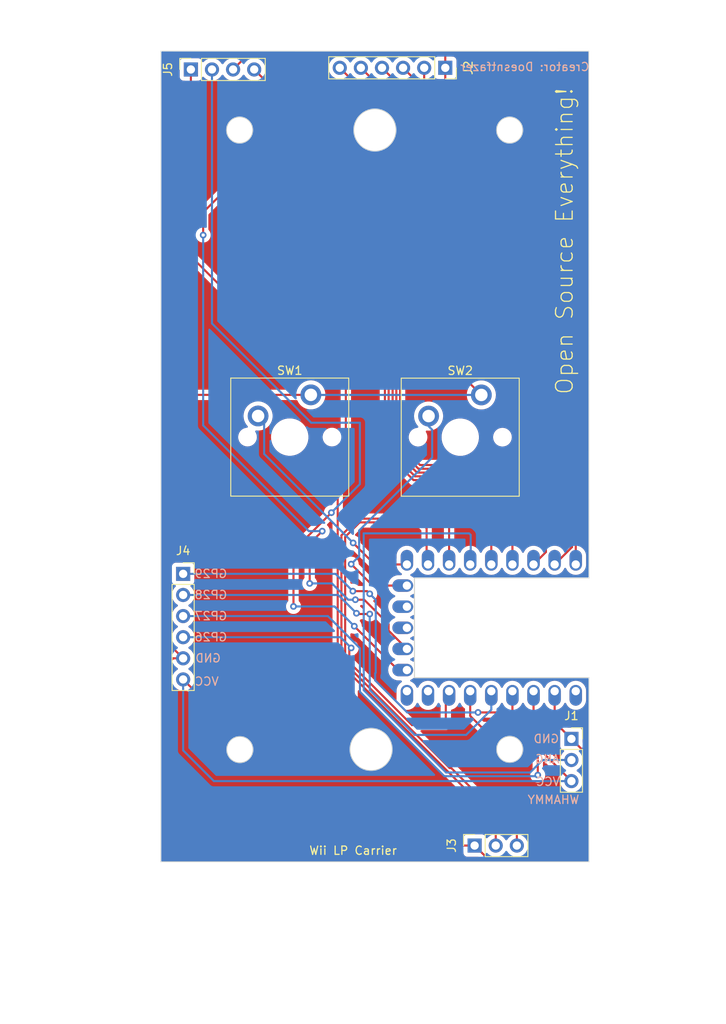
<source format=kicad_pcb>
(kicad_pcb (version 20221018) (generator pcbnew)
  (layers (0 "F.Cu" signal) (31 "B.Cu" signal) (34 "B.Paste" user) (35 "F.Paste" user) (36 "B.SilkS" user "B.Silkscreen") (37 "F.SilkS" user "F.Silkscreen") (38 "B.Mask" user) (39 "F.Mask" user) (44 "Edge.Cuts" user))
  (net 0 "")
  (net 1 "gnd")
  (net 2 "wam")
  (net 3 "vcc")
  (net 4 "green")
  (net 5 "red")
  (net 6 "yellow")
  (net 7 "blue")
  (net 8 "orange")
  (net 9 "start")
  (net 10 "sel")
  (net 16 "up")
  (net 17 "down")
  (net 18 "GP26")
  (net 19 "GP27")
  (net 20 "gp28")
  (net 21 "gp29")
  (net 22 "x")
  (net 23 "y")
  (footprint "Connector_PinSocket_2.54mm:PinSocket_1x06_P2.54mm_Vertical" (layer "F.Cu") (at 162.05 40.16 -90)
    (fp_text reference "J2" (at 0 -2.77 90) (layer "F.SilkS"))
    (fp_text value "Conn_01x06")
    (fp_line (start -1.33 1.27) (end -1.33 14.03) (stroke (width 0.12)) (layer "F.SilkS"))
    (fp_line (start -1.33 1.27) (end 1.33 1.27) (stroke (width 0.12)) (layer "F.SilkS"))
    (fp_line (start -1.33 14.03) (end 1.33 14.03) (stroke (width 0.12)) (layer "F.SilkS"))
    (fp_line (start 0 -1.33) (end 1.33 -1.33) (stroke (width 0.12)) (layer "F.SilkS"))
    (fp_line (start 1.33 -1.33) (end 1.33 0) (stroke (width 0.12)) (layer "F.SilkS"))
    (fp_line (start 1.33 1.27) (end 1.33 14.03) (stroke (width 0.12)) (layer "F.SilkS"))
    (pad "1" thru_hole rect (at 0 0 270) (size 1.7 1.7) (drill 1) (layers "*.Cu" "*.Mask") (net 1 "gnd"))
    (pad "2" thru_hole oval (at 0 2.54 270) (size 1.7 1.7) (drill 1) (layers "*.Cu" "*.Mask") (net 4 "green"))
    (pad "3" thru_hole oval (at 0 5.08 270) (size 1.7 1.7) (drill 1) (layers "*.Cu" "*.Mask") (net 5 "red"))
    (pad "4" thru_hole oval (at 0 7.62 270) (size 1.7 1.7) (drill 1) (layers "*.Cu" "*.Mask") (net 6 "yellow"))
    (pad "5" thru_hole oval (at 0 10.16 270) (size 1.7 1.7) (drill 1) (layers "*.Cu" "*.Mask") (net 7 "blue"))
    (pad "6" thru_hole oval (at 0 12.7 270) (size 1.7 1.7) (drill 1) (layers "*.Cu" "*.Mask") (net 8 "orange"))
  )
  (footprint "Connector_PinSocket_2.54mm:PinSocket_1x06_P2.54mm_Vertical" (layer "F.Cu") (at 130.5 101.03)
    (fp_text reference "J4" (at 0 -2.77) (layer "F.SilkS"))
    (fp_text value "Conn_01x06")
    (fp_line (start -1.33 1.27) (end -1.33 14.03) (stroke (width 0.12)) (layer "F.SilkS"))
    (fp_line (start -1.33 1.27) (end 1.33 1.27) (stroke (width 0.12)) (layer "F.SilkS"))
    (fp_line (start -1.33 14.03) (end 1.33 14.03) (stroke (width 0.12)) (layer "F.SilkS"))
    (fp_line (start 0 -1.33) (end 1.33 -1.33) (stroke (width 0.12)) (layer "F.SilkS"))
    (fp_line (start 1.33 -1.33) (end 1.33 0) (stroke (width 0.12)) (layer "F.SilkS"))
    (fp_line (start 1.33 1.27) (end 1.33 14.03) (stroke (width 0.12)) (layer "F.SilkS"))
    (pad "1" thru_hole rect (at 0 0) (size 1.7 1.7) (drill 1) (layers "*.Cu" "*.Mask") (net 21 "gp29"))
    (pad "2" thru_hole oval (at 0 2.54) (size 1.7 1.7) (drill 1) (layers "*.Cu" "*.Mask") (net 20 "gp28"))
    (pad "3" thru_hole oval (at 0 5.08) (size 1.7 1.7) (drill 1) (layers "*.Cu" "*.Mask") (net 19 "GP27"))
    (pad "4" thru_hole oval (at 0 7.62) (size 1.7 1.7) (drill 1) (layers "*.Cu" "*.Mask") (net 18 "GP26"))
    (pad "5" thru_hole oval (at 0 10.16) (size 1.7 1.7) (drill 1) (layers "*.Cu" "*.Mask") (net 1 "gnd"))
    (pad "6" thru_hole oval (at 0 12.7) (size 1.7 1.7) (drill 1) (layers "*.Cu" "*.Mask") (net 3 "vcc"))
  )
  (footprint "Connector_PinSocket_2.54mm:PinSocket_1x04_P2.54mm_Vertical" (layer "F.Cu") (at 131.43 40.36 90)
    (fp_text reference "J5" (at 0 -2.77 90) (layer "F.SilkS"))
    (fp_text value "Conn_01x04")
    (fp_line (start -1.33 1.27) (end -1.33 8.95) (stroke (width 0.12)) (layer "F.SilkS"))
    (fp_line (start -1.33 1.27) (end 1.33 1.27) (stroke (width 0.12)) (layer "F.SilkS"))
    (fp_line (start -1.33 8.95) (end 1.33 8.95) (stroke (width 0.12)) (layer "F.SilkS"))
    (fp_line (start 0 -1.33) (end 1.33 -1.33) (stroke (width 0.12)) (layer "F.SilkS"))
    (fp_line (start 1.33 -1.33) (end 1.33 0) (stroke (width 0.12)) (layer "F.SilkS"))
    (fp_line (start 1.33 1.27) (end 1.33 8.95) (stroke (width 0.12)) (layer "F.SilkS"))
    (pad "1" thru_hole rect (at 0 0 90) (size 1.7 1.7) (drill 1) (layers "*.Cu" "*.Mask") (net 3 "vcc"))
    (pad "2" thru_hole oval (at 0 2.54 90) (size 1.7 1.7) (drill 1) (layers "*.Cu" "*.Mask") (net 22 "x"))
    (pad "3" thru_hole oval (at 0 5.08 90) (size 1.7 1.7) (drill 1) (layers "*.Cu" "*.Mask") (net 1 "gnd"))
    (pad "4" thru_hole oval (at 0 7.62 90) (size 1.7 1.7) (drill 1) (layers "*.Cu" "*.Mask") (net 23 "y"))
  )
  (footprint "Connector_PinSocket_2.54mm:PinSocket_1x03_P2.54mm_Vertical" (layer "F.Cu") (at 165.58 133.71 90)
    (fp_text reference "J3" (at 0 -2.77 90) (layer "F.SilkS"))
    (fp_text value "Conn_01x03")
    (fp_line (start -1.33 1.27) (end -1.33 6.41) (stroke (width 0.12)) (layer "F.SilkS"))
    (fp_line (start -1.33 1.27) (end 1.33 1.27) (stroke (width 0.12)) (layer "F.SilkS"))
    (fp_line (start -1.33 6.41) (end 1.33 6.41) (stroke (width 0.12)) (layer "F.SilkS"))
    (fp_line (start 0 -1.33) (end 1.33 -1.33) (stroke (width 0.12)) (layer "F.SilkS"))
    (fp_line (start 1.33 -1.33) (end 1.33 0) (stroke (width 0.12)) (layer "F.SilkS"))
    (fp_line (start 1.33 1.27) (end 1.33 6.41) (stroke (width 0.12)) (layer "F.SilkS"))
    (pad "1" thru_hole rect (at 0 0 90) (size 1.7 1.7) (drill 1) (layers "*.Cu" "*.Mask") (net 1 "gnd"))
    (pad "2" thru_hole oval (at 0 2.54 90) (size 1.7 1.7) (drill 1) (layers "*.Cu" "*.Mask") (net 9 "start"))
    (pad "3" thru_hole oval (at 0 5.08 90) (size 1.7 1.7) (drill 1) (layers "*.Cu" "*.Mask") (net 10 "sel"))
  )
  (footprint "Connector_PinSocket_2.54mm:PinSocket_1x03_P2.54mm_Vertical" (layer "F.Cu") (at 177.23 120.88)
    (fp_text reference "J1" (at 0 -2.77) (layer "F.SilkS"))
    (fp_text value "Conn_01x03")
    (fp_line (start -1.33 1.27) (end -1.33 6.41) (stroke (width 0.12)) (layer "F.SilkS"))
    (fp_line (start -1.33 1.27) (end 1.33 1.27) (stroke (width 0.12)) (layer "F.SilkS"))
    (fp_line (start -1.33 6.41) (end 1.33 6.41) (stroke (width 0.12)) (layer "F.SilkS"))
    (fp_line (start 0 -1.33) (end 1.33 -1.33) (stroke (width 0.12)) (layer "F.SilkS"))
    (fp_line (start 1.33 -1.33) (end 1.33 0) (stroke (width 0.12)) (layer "F.SilkS"))
    (fp_line (start 1.33 1.27) (end 1.33 6.41) (stroke (width 0.12)) (layer "F.SilkS"))
    (pad "1" thru_hole rect (at 0 0) (size 1.7 1.7) (drill 1) (layers "*.Cu" "*.Mask") (net 1 "gnd"))
    (pad "2" thru_hole oval (at 0 2.54) (size 1.7 1.7) (drill 1) (layers "*.Cu" "*.Mask") (net 2 "wam"))
    (pad "3" thru_hole oval (at 0 5.08) (size 1.7 1.7) (drill 1) (layers "*.Cu" "*.Mask") (net 3 "vcc"))
  )
  (footprint "Switch_Keyboard_Cherry_MX:SW_Cherry_MX_PCB" (layer "F.Cu") (at 163.85 84.59)
    (fp_text reference "SW2" (at 0 -8) (layer "F.SilkS"))
    (fp_text value "SW_Push")
    (fp_line (start -7.1 -7.1) (end -7.1 7.1) (stroke (width 0.12)) (layer "F.SilkS"))
    (fp_line (start -7.1 7.1) (end 7.1 7.1) (stroke (width 0.12)) (layer "F.SilkS"))
    (fp_line (start 7.1 -7.1) (end -7.1 -7.1) (stroke (width 0.12)) (layer "F.SilkS"))
    (fp_line (start 7.1 7.1) (end 7.1 -7.1) (stroke (width 0.12)) (layer "F.SilkS"))
    (pad "" np_thru_hole circle (at -5.08 0) (size 1.75 1.75) (drill 1.75) (layers "*.Cu" "*.Mask"))
    (pad "" np_thru_hole circle (at 0 0) (size 4 4) (drill 4) (layers "*.Cu" "*.Mask"))
    (pad "" np_thru_hole circle (at 5.08 0) (size 1.75 1.75) (drill 1.75) (layers "*.Cu" "*.Mask"))
    (pad "1" thru_hole circle (at -3.81 -2.54) (size 2.5 2.5) (drill 1.5) (layers "*.Cu" "*.Mask") (net 17 "down"))
    (pad "2" thru_hole circle (at 2.54 -5.08) (size 2.5 2.5) (drill 1.5) (layers "*.Cu" "*.Mask") (net 1 "gnd"))
  )
  (footprint "Switch_Keyboard_Cherry_MX:SW_Cherry_MX_PCB" (layer "F.Cu") (at 143.33 84.58)
    (fp_text reference "SW1" (at 0 -8) (layer "F.SilkS"))
    (fp_text value "SW_Push")
    (fp_line (start -7.1 -7.1) (end -7.1 7.1) (stroke (width 0.12)) (layer "F.SilkS"))
    (fp_line (start -7.1 7.1) (end 7.1 7.1) (stroke (width 0.12)) (layer "F.SilkS"))
    (fp_line (start 7.1 -7.1) (end -7.1 -7.1) (stroke (width 0.12)) (layer "F.SilkS"))
    (fp_line (start 7.1 7.1) (end 7.1 -7.1) (stroke (width 0.12)) (layer "F.SilkS"))
    (pad "" np_thru_hole circle (at -5.08 0) (size 1.75 1.75) (drill 1.75) (layers "*.Cu" "*.Mask"))
    (pad "" np_thru_hole circle (at 0 0) (size 4 4) (drill 4) (layers "*.Cu" "*.Mask"))
    (pad "" np_thru_hole circle (at 5.08 0) (size 1.75 1.75) (drill 1.75) (layers "*.Cu" "*.Mask"))
    (pad "1" thru_hole circle (at -3.81 -2.54) (size 2.5 2.5) (drill 1.5) (layers "*.Cu" "*.Mask") (net 16 "up"))
    (pad "2" thru_hole circle (at 2.54 -5.08) (size 2.5 2.5) (drill 1.5) (layers "*.Cu" "*.Mask") (net 1 "gnd"))
  )
  (footprint "mcu:rp2040-zero-tht" (layer "B.Cu") (at 167.59 107.52 90)
    (fp_text reference "U1" hide)
    (fp_text value "rp2040-zero" hide)
    (fp_line (start -6 -9.25) (end 6 -9.25) (stroke (width 0.12)) (layer "Edge.Cuts"))
    (fp_line (start -6 11.75) (end -6 -9.25) (stroke (width 0.12)) (layer "Edge.Cuts"))
    (fp_line (start 6 -9.25) (end 6 11.75) (stroke (width 0.12)) (layer "Edge.Cuts"))
    (pad "1" thru_hole oval (at 7.62 10.16 270) (size 2.5 1.5) (drill 1 (offset -0.5 0)) (layers "*.Cu" "*.Mask") (net 4 "green"))
    (pad "2" thru_hole oval (at 7.62 7.62 270) (size 2.5 1.5) (drill 1 (offset -0.5 0)) (layers "*.Cu" "*.Mask") (net 5 "red"))
    (pad "3" thru_hole oval (at 7.62 5.08 270) (size 2.5 1.5) (drill 1 (offset -0.5 0)) (layers "*.Cu" "*.Mask") (net 6 "yellow"))
    (pad "4" thru_hole oval (at 7.62 2.54 270) (size 2.5 1.5) (drill 1 (offset -0.5 0)) (layers "*.Cu" "*.Mask") (net 7 "blue"))
    (pad "5" thru_hole oval (at 7.62 0 270) (size 2.5 1.5) (drill 1 (offset -0.5 0)) (layers "*.Cu" "*.Mask") (net 8 "orange"))
    (pad "6" thru_hole oval (at 7.62 -2.54 270) (size 2.5 1.5) (drill 1 (offset -0.5 0)) (layers "*.Cu" "*.Mask") (net 2 "wam"))
    (pad "7" thru_hole oval (at 7.62 -5.08 270) (size 2.5 1.5) (drill 1 (offset -0.5 0)) (layers "*.Cu" "*.Mask") (net 9 "start"))
    (pad "8" thru_hole oval (at 7.62 -7.62 270) (size 2.5 1.5) (drill 1 (offset -0.5 0)) (layers "*.Cu" "*.Mask") (net 10 "sel"))
    (pad "9" thru_hole oval (at 7.62 -10.16 270) (size 2.5 1.5) (drill 1 (offset -0.5 0)) (layers "*.Cu" "*.Mask") (net 16 "up"))
    (pad "10" thru_hole oval (at 5.08 -10.16) (size 2.5 1.5) (drill 1 (offset -0.5 0)) (layers "*.Cu" "*.Mask") (net 17 "down"))
    (pad "11" thru_hole oval (at 2.54 -10.16) (size 2.5 1.5) (drill 1 (offset -0.5 0)) (layers "*.Cu" "*.Mask"))
    (pad "12" thru_hole oval (at 0 -10.16) (size 2.5 1.5) (drill 1 (offset -0.5 0)) (layers "*.Cu" "*.Mask"))
    (pad "13" thru_hole oval (at -2.54 -10.16) (size 2.5 1.5) (drill 1 (offset -0.5 0)) (layers "*.Cu" "*.Mask") (net 23 "y"))
    (pad "14" thru_hole oval (at -5.08 -10.16) (size 2.5 1.5) (drill 1 (offset -0.5 0)) (layers "*.Cu" "*.Mask") (net 22 "x"))
    (pad "15" thru_hole oval (at -7.62 -10.16 90) (size 2.5 1.5) (drill 1 (offset -0.5 0)) (layers "*.Cu" "*.Mask"))
    (pad "16" thru_hole oval (at -7.62 -7.62 90) (size 2.5 1.5) (drill 1 (offset -0.5 0)) (layers "*.Cu" "*.Mask"))
    (pad "17" thru_hole oval (at -7.62 -5.08 90) (size 2.5 1.5) (drill 1 (offset -0.5 0)) (layers "*.Cu" "*.Mask") (net 18 "GP26"))
    (pad "18" thru_hole oval (at -7.62 -2.54 90) (size 2.5 1.5) (drill 1 (offset -0.5 0)) (layers "*.Cu" "*.Mask") (net 19 "GP27"))
    (pad "19" thru_hole oval (at -7.62 0 90) (size 2.5 1.5) (drill 1 (offset -0.5 0)) (layers "*.Cu" "*.Mask") (net 20 "gp28"))
    (pad "20" thru_hole oval (at -7.62 2.54 90) (size 2.5 1.5) (drill 1 (offset -0.5 0)) (layers "*.Cu" "*.Mask") (net 21 "gp29"))
    (pad "21" thru_hole oval (at -7.62 5.08 90) (size 2.5 1.5) (drill 1 (offset -0.5 0)) (layers "*.Cu" "*.Mask") (net 3 "vcc"))
    (pad "22" thru_hole oval (at -7.62 7.62 90) (size 2.5 1.5) (drill 1 (offset -0.5 0)) (layers "*.Cu" "*.Mask") (net 1 "gnd"))
    (pad "23" thru_hole oval (at -7.62 10.16 90) (size 2.5 1.5) (drill 1 (offset -0.5 0)) (layers "*.Cu" "*.Mask"))
  )
  (gr_circle (center 153.58 47.645558) (end 153.73 50.175558) (stroke (width 0.1)) (fill none) (layer "Edge.Cuts"))
  (gr_line (start 127.82 135.66) (end 127.83 38.15) (stroke (width 0.1)) (layer "Edge.Cuts"))
  (gr_line (start 179.32 38.16) (end 179.34 101.52) (stroke (width 0.1)) (layer "Edge.Cuts"))
  (gr_line (start 179.34 135.66) (end 127.82 135.66) (stroke (width 0.1)) (layer "Edge.Cuts"))
  (gr_circle (center 169.797105 47.65) (end 170.977105 48.69) (stroke (width 0.1)) (fill none) (layer "Edge.Cuts"))
  (gr_line (start 127.83 38.15) (end 179.32 38.16) (stroke (width 0.1)) (layer "Edge.Cuts"))
  (gr_circle (center 153.12 122.145558) (end 153.27 124.675558) (stroke (width 0.1)) (fill none) (layer "Edge.Cuts"))
  (gr_line (start 179.34 113.52) (end 179.34 135.66) (stroke (width 0.1)) (layer "Edge.Cuts"))
  (gr_circle (center 169.807105 122.14) (end 170.987105 123.18) (stroke (width 0.1)) (fill none) (layer "Edge.Cuts"))
  (gr_circle (center 137.297105 47.65) (end 138.477105 48.69) (stroke (width 0.1)) (fill none) (layer "Edge.Cuts"))
  (gr_circle (center 137.327105 122.17) (end 138.507105 123.21) (stroke (width 0.1)) (fill none) (layer "Edge.Cuts"))
  (gr_text "Creator: Doesntfazer" (at 179.47 40.63) (layer "B.SilkS") (effects (font (size 1 1)) (justify left bottom mirror)))
  (gr_text "GP29" (at 135.89 101.6) (layer "B.SilkS") (effects (font (size 1 1)) (justify left bottom mirror)))
  (gr_text "GP26" (at 135.89 109.22) (layer "B.SilkS") (effects (font (size 1 1)) (justify left bottom mirror)))
  (gr_text "GP27" (at 135.89 106.68) (layer "B.SilkS") (effects (font (size 1 1)) (justify left bottom mirror)))
  (gr_text "GND" (at 175.83 121.46) (layer "B.SilkS") (effects (font (size 1 1)) (justify left bottom mirror)))
  (gr_text "ANG" (at 175.87 123.89) (layer "B.SilkS") (effects (font (size 1 1)) (justify left bottom mirror)))
  (gr_text "VCC" (at 134.874 114.554) (layer "B.SilkS") (effects (font (size 1 1)) (justify left bottom mirror)))
  (gr_text "GND" (at 135.128 111.76) (layer "B.SilkS") (effects (font (size 1 1)) (justify left bottom mirror)))
  (gr_text "WHAMMY" (at 178.26 128.78) (layer "B.SilkS") (effects (font (size 1 1)) (justify left bottom mirror)))
  (gr_text "GP28" (at 135.89 104.14) (layer "B.SilkS") (effects (font (size 1 1)) (justify left bottom mirror)))
  (gr_text "VCC" (at 175.93 126.61) (layer "B.SilkS") (effects (font (size 1 1)) (justify left bottom mirror)))
  (gr_text "Wii LP Carrier" (at 145.6 134.9) (layer "F.SilkS") (effects (font (size 1 1)) (justify left bottom)))
  (gr_text "Open Source Everything!" (at 177.57 79.58 90) (layer "F.SilkS") (effects (font (size 2 2)) (justify left bottom)))
  (segment (start 165.58 133.71) (end 167.04 135.17) (width 0.25) (layer "F.Cu") (net 1))
  (segment (start 162.12 38.57) (end 162.05 38.64) (width 0.25) (layer "F.Cu") (net 1))
  (segment (start 145.87 79.5) (end 131.18 79.5) (width 0.25) (layer "F.Cu") (net 1))
  (segment (start 167.04 135.17) (end 178.93 135.17) (width 0.25) (layer "F.Cu") (net 1))
  (segment (start 129.31 111.19) (end 128.69 111.81) (width 0.25) (layer "F.Cu") (net 1))
  (segment (start 132.46 134.39) (end 133.14 133.71) (width 0.25) (layer "F.Cu") (net 1))
  (segment (start 175.21 115.14) (end 175.21 118.68) (width 0.25) (layer "F.Cu") (net 1))
  (segment (start 175.12 118.77) (end 177.23 120.88) (width 0.25) (layer "F.Cu") (net 1))
  (segment (start 136.51 40.36) (end 138.3 38.57) (width 0.25) (layer "F.Cu") (net 1))
  (segment (start 131.18 79.5) (end 128.37 82.31) (width 0.25) (layer "F.Cu") (net 1))
  (segment (start 130.5 111.19) (end 129.31 111.19) (width 0.25) (layer "F.Cu") (net 1))
  (segment (start 128.69 130.62) (end 132.46 134.39) (width 0.25) (layer "F.Cu") (net 1))
  (segment (start 178.93 135.17) (end 178.93 122.58) (width 0.25) (layer "F.Cu") (net 1))
  (segment (start 162.05 75.17) (end 166.39 79.51) (width 0.25) (layer "F.Cu") (net 1))
  (segment (start 162.05 38.64) (end 162.05 40.16) (width 0.25) (layer "F.Cu") (net 1))
  (segment (start 175.21 118.68) (end 175.12 118.77) (width 0.25) (layer "F.Cu") (net 1))
  (segment (start 138.3 38.57) (end 162.12 38.57) (width 0.25) (layer "F.Cu") (net 1))
  (segment (start 133.14 133.71) (end 165.58 133.71) (width 0.25) (layer "F.Cu") (net 1))
  (segment (start 128.69 111.81) (end 128.69 130.62) (width 0.25) (layer "F.Cu") (net 1))
  (segment (start 162.05 40.16) (end 162.05 75.17) (width 0.25) (layer "F.Cu") (net 1))
  (segment (start 178.93 122.58) (end 177.23 120.88) (width 0.25) (layer "F.Cu") (net 1))
  (segment (start 128.37 82.31) (end 128.37 109.06) (width 0.25) (layer "F.Cu") (net 1))
  (segment (start 128.37 109.06) (end 130.5 111.19) (width 0.25) (layer "F.Cu") (net 1))
  (segment (start 145.88 79.51) (end 145.87 79.5) (width 0.25) (layer "B.Cu") (net 1))
  (segment (start 166.39 79.51) (end 145.88 79.51) (width 0.25) (layer "B.Cu") (net 1))
  (segment (start 164.92 96.16) (end 165.11 96.35) (width 0.25) (layer "B.Cu") (net 2))
  (segment (start 177.23 123.42) (end 173.76 123.42) (width 0.25) (layer "B.Cu") (net 2))
  (segment (start 173.76 123.42) (end 172.26 124.92) (width 0.25) (layer "B.Cu") (net 2))
  (segment (start 152.23 115.01) (end 152.23 96.16) (width 0.25) (layer "B.Cu") (net 2))
  (segment (start 165.11 96.35) (end 165.11 99.84) (width 0.25) (layer "B.Cu") (net 2))
  (segment (start 162.14 124.92) (end 152.23 115.01) (width 0.25) (layer "B.Cu") (net 2))
  (segment (start 172.26 124.92) (end 162.14 124.92) (width 0.25) (layer "B.Cu") (net 2))
  (segment (start 165.11 99.84) (end 165.05 99.9) (width 0.25) (layer "B.Cu") (net 2))
  (segment (start 152.23 96.16) (end 164.92 96.16) (width 0.25) (layer "B.Cu") (net 2))
  (segment (start 146.86 74.39) (end 150.08 77.61) (width 0.25) (layer "F.Cu") (net 3))
  (segment (start 133.42 116.65) (end 130.5 113.73) (width 0.25) (layer "F.Cu") (net 3))
  (segment (start 150.89 116.65) (end 133.42 116.65) (width 0.25) (layer "F.Cu") (net 3))
  (segment (start 131.43 62.832613) (end 142.987387 74.39) (width 0.25) (layer "F.Cu") (net 3))
  (segment (start 131.43 40.36) (end 131.43 62.832613) (width 0.25) (layer "F.Cu") (net 3))
  (segment (start 172.67 115.14) (end 172.67 121.4) (width 0.25) (layer "F.Cu") (net 3))
  (segment (start 149.1 112.186396) (end 150.89 113.976396) (width 0.25) (layer "F.Cu") (net 3))
  (segment (start 150.89 113.976396) (end 150.89 116.65) (width 0.25) (layer "F.Cu") (net 3))
  (segment (start 150.08 88.26) (end 149.1 89.24) (width 0.25) (layer "F.Cu") (net 3))
  (segment (start 142.987387 74.39) (end 146.86 74.39) (width 0.25) (layer "F.Cu") (net 3))
  (segment (start 149.1 89.24) (end 149.1 112.186396) (width 0.25) (layer "F.Cu") (net 3))
  (segment (start 172.67 121.4) (end 177.23 125.96) (width 0.25) (layer "F.Cu") (net 3))
  (segment (start 150.08 77.61) (end 150.08 88.26) (width 0.25) (layer "F.Cu") (net 3))
  (segment (start 130.5 122.26) (end 130.5 113.73) (width 0.25) (layer "B.Cu") (net 3))
  (segment (start 177.23 125.96) (end 134.2 125.96) (width 0.25) (layer "B.Cu") (net 3))
  (segment (start 134.2 125.96) (end 130.5 122.26) (width 0.25) (layer "B.Cu") (net 3))
  (segment (start 159.51 40.16) (end 159.51 73.72) (width 0.25) (layer "F.Cu") (net 4))
  (segment (start 177.75 90.27) (end 177.75 99.9) (width 0.25) (layer "F.Cu") (net 4))
  (segment (start 156.61 76.62) (end 156.61 85.54) (width 0.25) (layer "F.Cu") (net 4))
  (segment (start 156.61 85.54) (end 159.01 87.94) (width 0.25) (layer "F.Cu") (net 4))
  (segment (start 175.42 87.94) (end 177.75 90.27) (width 0.25) (layer "F.Cu") (net 4))
  (segment (start 159.51 73.72) (end 156.61 76.62) (width 0.25) (layer "F.Cu") (net 4))
  (segment (start 159.01 87.94) (end 175.42 87.94) (width 0.25) (layer "F.Cu") (net 4))
  (segment (start 159.06 42.25) (end 156.97 40.16) (width 0.25) (layer "F.Cu") (net 5))
  (segment (start 156.16 76.42) (end 159.06 73.52) (width 0.25) (layer "F.Cu") (net 5))
  (segment (start 158.823604 88.39) (end 156.16 85.726396) (width 0.25) (layer "F.Cu") (net 5))
  (segment (start 156.16 85.726396) (end 156.16 76.42) (width 0.25) (layer "F.Cu") (net 5))
  (segment (start 177.3 97.81) (end 177.3 90.456396) (width 0.25) (layer "F.Cu") (net 5))
  (segment (start 159.06 73.52) (end 159.06 42.25) (width 0.25) (layer "F.Cu") (net 5))
  (segment (start 175.233604 88.39) (end 158.823604 88.39) (width 0.25) (layer "F.Cu") (net 5))
  (segment (start 175.21 99.9) (end 177.3 97.81) (width 0.25) (layer "F.Cu") (net 5))
  (segment (start 177.3 90.456396) (end 175.233604 88.39) (width 0.25) (layer "F.Cu") (net 5))
  (segment (start 156.21 42.08) (end 158.61 44.48) (width 0.25) (layer "F.Cu") (net 6))
  (segment (start 155.71 76.233604) (end 155.71 85.912792) (width 0.25) (layer "F.Cu") (net 6))
  (segment (start 155.71 85.912792) (end 158.647208 88.85) (width 0.25) (layer "F.Cu") (net 6))
  (segment (start 158.61 44.48) (end 158.61 73.333604) (width 0.25) (layer "F.Cu") (net 6))
  (segment (start 158.61 73.333604) (end 155.71 76.233604) (width 0.25) (layer "F.Cu") (net 6))
  (segment (start 159.76 88.84) (end 174.16 88.84) (width 0.25) (layer "F.Cu") (net 6))
  (segment (start 156.21 41.94) (end 156.21 42.08) (width 0.25) (layer "F.Cu") (net 6))
  (segment (start 159.75 88.85) (end 159.76 88.84) (width 0.25) (layer "F.Cu") (net 6))
  (segment (start 174.16 98.41) (end 172.67 99.9) (width 0.25) (layer "F.Cu") (net 6))
  (segment (start 154.43 40.16) (end 156.21 41.94) (width 0.25) (layer "F.Cu") (net 6))
  (segment (start 174.16 88.84) (end 174.16 98.41) (width 0.25) (layer "F.Cu") (net 6))
  (segment (start 158.647208 88.85) (end 159.75 88.85) (width 0.25) (layer "F.Cu") (net 6))
  (segment (start 155.23 76.077208) (end 158.16 73.147208) (width 0.25) (layer "F.Cu") (net 7))
  (segment (start 169.5 89.3) (end 158.41 89.3) (width 0.25) (layer "F.Cu") (net 7))
  (segment (start 157.71 45.98) (end 151.89 40.16) (width 0.25) (layer "F.Cu") (net 7))
  (segment (start 158.16 73.147208) (end 158.16 46.63) (width 0.25) (layer "F.Cu") (net 7))
  (segment (start 169.51 89.29) (end 169.5 89.3) (width 0.25) (layer "F.Cu") (net 7))
  (segment (start 158.41 89.3) (end 155.23 86.12) (width 0.25) (layer "F.Cu") (net 7))
  (segment (start 170.13 89.59) (end 169.83 89.29) (width 0.25) (layer "F.Cu") (net 7))
  (segment (start 170.13 99.9) (end 170.13 89.59) (width 0.25) (layer "F.Cu") (net 7))
  (segment (start 155.23 86.12) (end 155.23 76.077208) (width 0.25) (layer "F.Cu") (net 7))
  (segment (start 157.71 46.18) (end 157.71 45.98) (width 0.25) (layer "F.Cu") (net 7))
  (segment (start 169.83 89.29) (end 169.51 89.29) (width 0.25) (layer "F.Cu") (net 7))
  (segment (start 158.16 46.63) (end 157.71 46.18) (width 0.25) (layer "F.Cu") (net 7))
  (segment (start 166.44 89.75) (end 167.59 90.9) (width 0.25) (layer "F.Cu") (net 8))
  (segment (start 149.35 40.16) (end 152.408198 43.218198) (width 0.25) (layer "F.Cu") (net 8))
  (segment (start 154.78 86.306396) (end 158.223604 89.75) (width 0.25) (layer "F.Cu") (net 8))
  (segment (start 158.223604 89.75) (end 166.44 89.75) (width 0.25) (layer "F.Cu") (net 8))
  (segment (start 157.026802 46.133198) (end 157.71 46.816396) (width 0.25) (layer "F.Cu") (net 8))
  (segment (start 157.71 49.5) (end 154.78 52.43) (width 0.25) (layer "F.Cu") (net 8))
  (segment (start 154.78 52.43) (end 154.78 86.306396) (width 0.25) (layer "F.Cu") (net 8))
  (segment (start 154.311802 43.218198) (end 157.026802 45.933198) (width 0.25) (layer "F.Cu") (net 8))
  (segment (start 157.71 46.816396) (end 157.71 49.5) (width 0.25) (layer "F.Cu") (net 8))
  (segment (start 152.408198 43.218198) (end 154.311802 43.218198) (width 0.25) (layer "F.Cu") (net 8))
  (segment (start 167.59 90.9) (end 167.59 99.9) (width 0.25) (layer "F.Cu") (net 8))
  (segment (start 157.026802 45.933198) (end 157.026802 46.133198) (width 0.25) (layer "F.Cu") (net 8))
  (segment (start 149.55 96.4) (end 149.55 112) (width 0.25) (layer "F.Cu") (net 9))
  (segment (start 162.36 94.39) (end 151.56 94.39) (width 0.25) (layer "F.Cu") (net 9))
  (segment (start 162.51 99.9) (end 162.51 94.54) (width 0.25) (layer "F.Cu") (net 9))
  (segment (start 149.55 112) (end 168.12 130.57) (width 0.25) (layer "F.Cu") (net 9))
  (segment (start 168.12 130.57) (end 168.12 133.71) (width 0.25) (layer "F.Cu") (net 9))
  (segment (start 162.51 94.54) (end 162.36 94.39) (width 0.25) (layer "F.Cu") (net 9))
  (segment (start 151.56 94.39) (end 149.55 96.4) (width 0.25) (layer "F.Cu") (net 9))
  (segment (start 170.66 133.71) (end 170.66 132.28) (width 0.25) (layer "F.Cu") (net 10))
  (segment (start 162.566396 124.38) (end 150 111.813604) (width 0.25) (layer "F.Cu") (net 10))
  (segment (start 162.76 124.38) (end 162.566396 124.38) (width 0.25) (layer "F.Cu") (net 10))
  (segment (start 159.09 94.84) (end 159.8 95.55) (width 0.25) (layer "F.Cu") (net 10))
  (segment (start 150 111.813604) (end 150 96.586396) (width 0.25) (layer "F.Cu") (net 10))
  (segment (start 159.8 95.55) (end 159.8 99.73) (width 0.25) (layer "F.Cu") (net 10))
  (segment (start 170.66 132.28) (end 162.76 124.38) (width 0.25) (layer "F.Cu") (net 10))
  (segment (start 151.746396 94.84) (end 159.09 94.84) (width 0.25) (layer "F.Cu") (net 10))
  (segment (start 150 96.586396) (end 151.746396 94.84) (width 0.25) (layer "F.Cu") (net 10))
  (segment (start 159.8 99.73) (end 159.97 99.9) (width 0.25) (layer "F.Cu") (net 10))
  (segment (start 157.43 99.9) (end 153.55 99.9) (width 0.25) (layer "F.Cu") (net 16))
  (segment (start 153.55 99.9) (end 150.96 97.31) (width 0.25) (layer "F.Cu") (net 16))
  (via (at 150.96 97.31) (size 0.8) (drill 0.4) (layers "F.Cu" "B.Cu") (net 16))
  (segment (start 140.25 86.6) (end 140.25 82.77) (width 0.25) (layer "B.Cu") (net 16))
  (segment (start 140.25 82.77) (end 139.52 82.04) (width 0.25) (layer "B.Cu") (net 16))
  (segment (start 150.96 97.31) (end 140.25 86.6) (width 0.25) (layer "B.Cu") (net 16))
  (segment (start 153.3045 102.44) (end 150.7245 99.86) (width 0.25) (layer "F.Cu") (net 17))
  (segment (start 157.43 102.44) (end 153.3045 102.44) (width 0.25) (layer "F.Cu") (net 17))
  (via (at 150.7245 99.86) (size 0.8) (drill 0.4) (layers "F.Cu" "B.Cu") (net 17))
  (segment (start 150.7245 99.86) (end 151.685 98.8995) (width 0.25) (layer "B.Cu") (net 17))
  (segment (start 160.47 83.7) (end 160.04 83.27) (width 0.25) (layer "B.Cu") (net 17))
  (segment (start 160.47 87.03) (end 160.47 83.7) (width 0.25) (layer "B.Cu") (net 17))
  (segment (start 151.685 95.815) (end 160.47 87.03) (width 0.25) (layer "B.Cu") (net 17))
  (segment (start 151.685 98.8995) (end 151.685 95.815) (width 0.25) (layer "B.Cu") (net 17))
  (segment (start 160.04 83.27) (end 160.04 82.05) (width 0.25) (layer "B.Cu") (net 17))
  (segment (start 162.11 115.54) (end 162.51 115.14) (width 0.25) (layer "F.Cu") (net 18))
  (segment (start 150.5 110.1645) (end 150.5 111.677208) (width 0.25) (layer "F.Cu") (net 18))
  (segment (start 158.09 119.19) (end 162.11 119.19) (width 0.25) (layer "F.Cu") (net 18))
  (segment (start 158.051396 119.228604) (end 158.09 119.19) (width 0.25) (layer "F.Cu") (net 18))
  (segment (start 162.11 119.19) (end 162.11 115.54) (width 0.25) (layer "F.Cu") (net 18))
  (segment (start 150.7245 109.94) (end 150.5 110.1645) (width 0.25) (layer "F.Cu") (net 18))
  (segment (start 150.5 111.677208) (end 158.051396 119.228604) (width 0.25) (layer "F.Cu") (net 18))
  (via (at 150.7245 109.94) (size 0.8) (drill 0.4) (layers "F.Cu" "B.Cu") (net 18))
  (segment (start 149.4345 108.65) (end 150.7245 109.94) (width 0.25) (layer "B.Cu") (net 18))
  (segment (start 130.5 108.65) (end 149.4345 108.65) (width 0.25) (layer "B.Cu") (net 18))
  (segment (start 169.92 119.45) (end 166.38 119.45) (width 0.25) (layer "F.Cu") (net 19))
  (segment (start 173.18 122.71) (end 169.92 119.45) (width 0.25) (layer "F.Cu") (net 19))
  (segment (start 165.05 118.12) (end 165.05 115.14) (width 0.25) (layer "F.Cu") (net 19))
  (segment (start 166.38 119.45) (end 165.05 118.12) (width 0.25) (layer "F.Cu") (net 19))
  (segment (start 173.18 125.2355) (end 173.18 122.71) (width 0.25) (layer "F.Cu") (net 19))
  (via (at 173.18 125.2355) (size 0.8) (drill 0.4) (layers "F.Cu" "B.Cu") (net 19))
  (segment (start 130.5 106.11) (end 147.919805 106.11) (width 0.25) (layer "B.Cu") (net 19))
  (segment (start 151.78 109.970195) (end 151.78 115.22) (width 0.25) (layer "B.Cu") (net 19))
  (segment (start 151.78 115.22) (end 161.93 125.37) (width 0.25) (layer "B.Cu") (net 19))
  (segment (start 147.919805 106.11) (end 151.78 109.970195) (width 0.25) (layer "B.Cu") (net 19))
  (segment (start 173.0455 125.37) (end 173.18 125.2355) (width 0.25) (layer "B.Cu") (net 19))
  (segment (start 161.93 125.37) (end 173.0455 125.37) (width 0.25) (layer "B.Cu") (net 19))
  (segment (start 152.9545 105.86) (end 151.45 105.86) (width 0.25) (layer "F.Cu") (net 20))
  (segment (start 151.45 105.86) (end 151.36 105.77) (width 0.25) (layer "F.Cu") (net 20))
  (via (at 152.9545 105.86) (size 0.8) (drill 0.4) (layers "F.Cu" "B.Cu") (net 20))
  (via (at 151.36 105.77) (size 0.8) (drill 0.4) (layers "F.Cu" "B.Cu") (net 20))
  (segment (start 164.56 120.4) (end 158.37 120.4) (width 0.25) (layer "B.Cu") (net 20))
  (segment (start 167.59 115.14) (end 167.59 117.37) (width 0.25) (layer "B.Cu") (net 20))
  (segment (start 151.36 105.77) (end 149.16 103.57) (width 0.25) (layer "B.Cu") (net 20))
  (segment (start 158.37 120.4) (end 156.11 118.14) (width 0.25) (layer "B.Cu") (net 20))
  (segment (start 149.16 103.57) (end 130.5 103.57) (width 0.25) (layer "B.Cu") (net 20))
  (segment (start 152.9545 114.9845) (end 152.9545 105.86) (width 0.25) (layer "B.Cu") (net 20))
  (segment (start 167.59 117.37) (end 164.56 120.4) (width 0.25) (layer "B.Cu") (net 20))
  (segment (start 156.11 118.14) (end 152.9545 114.9845) (width 0.25) (layer "B.Cu") (net 20))
  (segment (start 152.6345 103.11) (end 152.9545 103.43) (width 0.25) (layer "F.Cu") (net 21))
  (segment (start 165.99 117.7) (end 169.99 117.7) (width 0.25) (layer "F.Cu") (net 21))
  (segment (start 170.13 117.56) (end 170.13 115.14) (width 0.25) (layer "F.Cu") (net 21))
  (segment (start 150.92 103.11) (end 152.6345 103.11) (width 0.25) (layer "F.Cu") (net 21))
  (segment (start 169.99 117.7) (end 170.13 117.56) (width 0.25) (layer "F.Cu") (net 21))
  (via (at 150.92 103.11) (size 0.8) (drill 0.4) (layers "F.Cu" "B.Cu") (net 21))
  (via (at 152.9545 103.43) (size 0.8) (drill 0.4) (layers "F.Cu" "B.Cu") (net 21))
  (via (at 165.99 117.7) (size 0.8) (drill 0.4) (layers "F.Cu" "B.Cu") (net 21))
  (segment (start 157.46972 117.7) (end 165.99 117.7) (width 0.25) (layer "B.Cu") (net 21))
  (segment (start 153.6795 104.155) (end 153.6795 112.9205) (width 0.25) (layer "B.Cu") (net 21))
  (segment (start 153.61 112.99) (end 153.61 113.84028) (width 0.25) (layer "B.Cu") (net 21))
  (segment (start 153.6795 112.9205) (end 153.61 112.99) (width 0.25) (layer "B.Cu") (net 21))
  (segment (start 153.61 113.84028) (end 157.46972 117.7) (width 0.25) (layer "B.Cu") (net 21))
  (segment (start 148.84 101.03) (end 150.92 103.11) (width 0.25) (layer "B.Cu") (net 21))
  (segment (start 130.5 101.03) (end 148.84 101.03) (width 0.25) (layer "B.Cu") (net 21))
  (segment (start 152.9545 103.43) (end 153.6795 104.155) (width 0.25) (layer "B.Cu") (net 21))
  (segment (start 156.37 112.6) (end 151.1 107.33) (width 0.25) (layer "F.Cu") (net 22))
  (segment (start 157.43 112.6) (end 156.37 112.6) (width 0.25) (layer "F.Cu") (net 22))
  (segment (start 143.78 104.95) (end 143.78 98.23) (width 0.25) (layer "F.Cu") (net 22))
  (segment (start 143.78 98.23) (end 148.342299 93.667701) (width 0.25) (layer "F.Cu") (net 22))
  (via (at 143.78 104.95) (size 0.8) (drill 0.4) (layers "F.Cu" "B.Cu") (net 22))
  (via (at 148.342299 93.667701) (size 0.8) (drill 0.4) (layers "F.Cu" "B.Cu") (net 22))
  (via (at 151.1 107.33) (size 0.8) (drill 0.4) (layers "F.Cu" "B.Cu") (net 22))
  (segment (start 151.77 82.85) (end 145.91 82.85) (width 0.25) (layer "B.Cu") (net 22))
  (segment (start 148.72 104.95) (end 143.78 104.95) (width 0.25) (layer "B.Cu") (net 22))
  (segment (start 151.77 90.24) (end 151.77 82.85) (width 0.25) (layer "B.Cu") (net 22))
  (segment (start 145.91 82.85) (end 133.97 70.91) (width 0.25) (layer "B.Cu") (net 22))
  (segment (start 148.342299 93.667701) (end 151.77 90.24) (width 0.25) (layer "B.Cu") (net 22))
  (segment (start 133.97 70.91) (end 133.97 40.36) (width 0.25) (layer "B.Cu") (net 22))
  (segment (start 151.1 107.33) (end 148.72 104.95) (width 0.25) (layer "B.Cu") (net 22))
  (segment (start 152.29 104.14) (end 151.23 104.14) (width 0.25) (layer "F.Cu") (net 23))
  (segment (start 155.225305 107.075305) (end 152.29 104.14) (width 0.25) (layer "F.Cu") (net 23))
  (segment (start 145.73 102.18) (end 145.73 97.4) (width 0.25) (layer "F.Cu") (net 23))
  (segment (start 140.68 41.99) (end 139.05 40.36) (width 0.25) (layer "F.Cu") (net 23))
  (segment (start 132.91 60.28) (end 132.91 57.54) (width 0.25) (layer "F.Cu") (net 23))
  (segment (start 155.225305 107.855305) (end 155.225305 107.075305) (width 0.25) (layer "F.Cu") (net 23))
  (segment (start 157.43 110.06) (end 155.225305 107.855305) (width 0.25) (layer "F.Cu") (net 23))
  (segment (start 145.73 97.4) (end 147.24 95.89) (width 0.25) (layer "F.Cu") (net 23))
  (segment (start 132.91 57.54) (end 140.68 49.77) (width 0.25) (layer "F.Cu") (net 23))
  (segment (start 140.68 49.77) (end 140.68 41.99) (width 0.25) (layer "F.Cu") (net 23))
  (via (at 151.23 104.14) (size 0.8) (drill 0.4) (layers "F.Cu" "B.Cu") (net 23))
  (via (at 145.73 102.18) (size 0.8) (drill 0.4) (layers "F.Cu" "B.Cu") (net 23))
  (via (at 132.91 60.28) (size 0.8) (drill 0.4) (layers "F.Cu" "B.Cu") (net 23))
  (via (at 147.24 95.89) (size 0.8) (drill 0.4) (layers "F.Cu" "B.Cu") (net 23))
  (segment (start 132.91 83.17) (end 132.91 60.28) (width 0.25) (layer "B.Cu") (net 23))
  (segment (start 150.366396 104.14) (end 148.406396 102.18) (width 0.25) (layer "B.Cu") (net 23))
  (segment (start 147.24 95.89) (end 145.63 95.89) (width 0.25) (layer "B.Cu") (net 23))
  (segment (start 151.23 104.14) (end 150.366396 104.14) (width 0.25) (layer "B.Cu") (net 23))
  (segment (start 148.406396 102.18) (end 145.73 102.18) (width 0.25) (layer "B.Cu") (net 23))
  (segment (start 145.63 95.89) (end 132.91 83.17) (width 0.25) (layer "B.Cu") (net 23))
  (zone (net 0) (net_name "") (layers "F&B.Cu") (connect_pads (clearance 0.5)) (min_thickness 0.25) (fill yes (thermal_gap 0.5) (thermal_bridge_width 0.5) (island_removal_mode 1) (island_area_min 10))
    (polygon (pts (xy 108.458 32.004) (xy 195.834 32.258) (xy 192.786 155.194) (xy 118.11 151.13)))
  )
)
</source>
